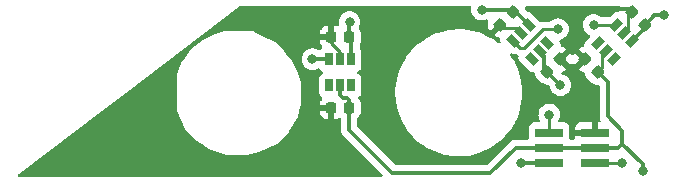
<source format=gbr>
%TF.GenerationSoftware,KiCad,Pcbnew,(6.0.5)*%
%TF.CreationDate,2022-06-21T13:00:38+02:00*%
%TF.ProjectId,Touchpad,546f7563-6870-4616-942e-6b696361645f,rev?*%
%TF.SameCoordinates,Original*%
%TF.FileFunction,Copper,L2,Bot*%
%TF.FilePolarity,Positive*%
%FSLAX46Y46*%
G04 Gerber Fmt 4.6, Leading zero omitted, Abs format (unit mm)*
G04 Created by KiCad (PCBNEW (6.0.5)) date 2022-06-21 13:00:38*
%MOMM*%
%LPD*%
G01*
G04 APERTURE LIST*
G04 Aperture macros list*
%AMRoundRect*
0 Rectangle with rounded corners*
0 $1 Rounding radius*
0 $2 $3 $4 $5 $6 $7 $8 $9 X,Y pos of 4 corners*
0 Add a 4 corners polygon primitive as box body*
4,1,4,$2,$3,$4,$5,$6,$7,$8,$9,$2,$3,0*
0 Add four circle primitives for the rounded corners*
1,1,$1+$1,$2,$3*
1,1,$1+$1,$4,$5*
1,1,$1+$1,$6,$7*
1,1,$1+$1,$8,$9*
0 Add four rect primitives between the rounded corners*
20,1,$1+$1,$2,$3,$4,$5,0*
20,1,$1+$1,$4,$5,$6,$7,0*
20,1,$1+$1,$6,$7,$8,$9,0*
20,1,$1+$1,$8,$9,$2,$3,0*%
%AMRotRect*
0 Rectangle, with rotation*
0 The origin of the aperture is its center*
0 $1 length*
0 $2 width*
0 $3 Rotation angle, in degrees counterclockwise*
0 Add horizontal line*
21,1,$1,$2,0,0,$3*%
G04 Aperture macros list end*
%TA.AperFunction,SMDPad,CuDef*%
%ADD10RoundRect,0.225000X0.225000X0.250000X-0.225000X0.250000X-0.225000X-0.250000X0.225000X-0.250000X0*%
%TD*%
%TA.AperFunction,SMDPad,CuDef*%
%ADD11RoundRect,0.225000X0.017678X-0.335876X0.335876X-0.017678X-0.017678X0.335876X-0.335876X0.017678X0*%
%TD*%
%TA.AperFunction,SMDPad,CuDef*%
%ADD12RotRect,1.060000X0.650000X225.000000*%
%TD*%
%TA.AperFunction,SMDPad,CuDef*%
%ADD13RoundRect,0.225000X0.335876X0.017678X0.017678X0.335876X-0.335876X-0.017678X-0.017678X-0.335876X0*%
%TD*%
%TA.AperFunction,SMDPad,CuDef*%
%ADD14R,0.650000X1.060000*%
%TD*%
%TA.AperFunction,SMDPad,CuDef*%
%ADD15RoundRect,0.225000X-0.017678X0.335876X-0.335876X0.017678X0.017678X-0.335876X0.335876X-0.017678X0*%
%TD*%
%TA.AperFunction,SMDPad,CuDef*%
%ADD16RotRect,1.060000X0.650000X315.000000*%
%TD*%
%TA.AperFunction,SMDPad,CuDef*%
%ADD17R,2.400000X0.740000*%
%TD*%
%TA.AperFunction,ViaPad*%
%ADD18C,0.800000*%
%TD*%
%TA.AperFunction,Conductor*%
%ADD19C,0.355600*%
%TD*%
%TA.AperFunction,Conductor*%
%ADD20C,0.254000*%
%TD*%
G04 APERTURE END LIST*
D10*
%TO.P,C3,1*%
%TO.N,Net-(C3-Pad1)*%
X189429045Y-66775000D03*
%TO.P,C3,2*%
%TO.N,GND*%
X187879045Y-66775000D03*
%TD*%
D11*
%TO.P,C2,1*%
%TO.N,+5V*%
X206201992Y-69748008D03*
%TO.P,C2,2*%
%TO.N,GND*%
X207298008Y-68651992D03*
%TD*%
D12*
%TO.P,U3,1,Q*%
%TO.N,TP3*%
X212006066Y-65750431D03*
%TO.P,U3,2,VSS*%
%TO.N,GND*%
X212677817Y-66422183D03*
%TO.P,U3,3,I*%
%TO.N,Net-(C5-Pad1)*%
X213349569Y-67093934D03*
%TO.P,U3,4,AHLB*%
%TO.N,unconnected-(U3-Pad4)*%
X211793934Y-68649569D03*
%TO.P,U3,5,VDD*%
%TO.N,+5V*%
X211122183Y-67977817D03*
%TO.P,U3,6,TOG*%
%TO.N,unconnected-(U3-Pad6)*%
X210450431Y-67306066D03*
%TD*%
D10*
%TO.P,C4,1*%
%TO.N,+5V*%
X189429045Y-72775000D03*
%TO.P,C4,2*%
%TO.N,GND*%
X187879045Y-72775000D03*
%TD*%
D13*
%TO.P,C6,1*%
%TO.N,+5V*%
X210448008Y-69748008D03*
%TO.P,C6,2*%
%TO.N,GND*%
X209351992Y-68651992D03*
%TD*%
D14*
%TO.P,U2,1,Q*%
%TO.N,TP2*%
X187704045Y-68675000D03*
%TO.P,U2,2,VSS*%
%TO.N,GND*%
X188654045Y-68675000D03*
%TO.P,U2,3,I*%
%TO.N,Net-(C3-Pad1)*%
X189604045Y-68675000D03*
%TO.P,U2,4,AHLB*%
%TO.N,unconnected-(U2-Pad4)*%
X189604045Y-70875000D03*
%TO.P,U2,5,VDD*%
%TO.N,+5V*%
X188654045Y-70875000D03*
%TO.P,U2,6,TOG*%
%TO.N,unconnected-(U2-Pad6)*%
X187704045Y-70875000D03*
%TD*%
D15*
%TO.P,C1,1*%
%TO.N,Net-(C1-Pad1)*%
X203298008Y-64651992D03*
%TO.P,C1,2*%
%TO.N,GND*%
X202201992Y-65748008D03*
%TD*%
D16*
%TO.P,U1,1,Q*%
%TO.N,TP1*%
X203300431Y-67093934D03*
%TO.P,U1,2,VSS*%
%TO.N,GND*%
X203972183Y-66422183D03*
%TO.P,U1,3,I*%
%TO.N,Net-(C1-Pad1)*%
X204643934Y-65750431D03*
%TO.P,U1,4,AHLB*%
%TO.N,unconnected-(U1-Pad4)*%
X206199569Y-67306066D03*
%TO.P,U1,5,VDD*%
%TO.N,+5V*%
X205527817Y-67977817D03*
%TO.P,U1,6,TOG*%
%TO.N,unconnected-(U1-Pad6)*%
X204856066Y-68649569D03*
%TD*%
D17*
%TO.P,J1,1,Pin_1*%
%TO.N,TP2*%
X206350000Y-77420000D03*
%TO.P,J1,2,Pin_2*%
%TO.N,TP3*%
X210250000Y-77420000D03*
%TO.P,J1,3,Pin_3*%
%TO.N,+5V*%
X206350000Y-76150000D03*
%TO.P,J1,4,Pin_4*%
X210250000Y-76150000D03*
%TO.P,J1,5,Pin_5*%
%TO.N,TP1*%
X206350000Y-74880000D03*
%TO.P,J1,6,Pin_6*%
%TO.N,GND*%
X210250000Y-74880000D03*
%TD*%
D13*
%TO.P,C5,1*%
%TO.N,Net-(C5-Pad1)*%
X214448008Y-65748008D03*
%TO.P,C5,2*%
%TO.N,GND*%
X213351992Y-64651992D03*
%TD*%
D18*
%TO.N,Net-(C5-Pad1)*%
X216100000Y-64950000D03*
%TO.N,TP2*%
X186300000Y-68650000D03*
X204000000Y-77450000D03*
%TO.N,TP3*%
X210100000Y-65750000D03*
X212550000Y-77450000D03*
%TO.N,+5V*%
X207300000Y-70850000D03*
X214250000Y-78100000D03*
%TO.N,Net-(C1-Pad1)*%
X200650000Y-64450000D03*
%TO.N,Net-(C3-Pad1)*%
X189450000Y-65500000D03*
%TO.N,TP1*%
X206350000Y-73350000D03*
X207100000Y-66100000D03*
%TD*%
D19*
%TO.N,GND*%
X209600000Y-64400000D02*
X213100000Y-64400000D01*
X208850000Y-67100000D02*
X208850000Y-65150000D01*
D20*
X202500000Y-66050000D02*
X203600000Y-66050000D01*
D19*
X208850000Y-65150000D02*
X209600000Y-64400000D01*
D20*
X188654045Y-68079045D02*
X187879045Y-67304045D01*
X213050000Y-64953984D02*
X213351992Y-64651992D01*
X213050000Y-66050000D02*
X213050000Y-64953984D01*
X202201992Y-65748008D02*
X202201992Y-65751992D01*
D19*
X207298008Y-68651992D02*
X208850000Y-67100000D01*
X213100000Y-64400000D02*
X213351992Y-64651992D01*
D20*
X202201992Y-65751992D02*
X202500000Y-66050000D01*
X187879045Y-67304045D02*
X187879045Y-66775000D01*
X188654045Y-68675000D02*
X188654045Y-68079045D01*
X212677817Y-66422183D02*
X213050000Y-66050000D01*
X203600000Y-66050000D02*
X203972183Y-66422183D01*
D19*
%TO.N,Net-(C5-Pad1)*%
X214448008Y-65748008D02*
X214451992Y-65748008D01*
X214448008Y-65995495D02*
X213349569Y-67093934D01*
X214451992Y-65748008D02*
X215050000Y-65150000D01*
X214448008Y-65748008D02*
X214448008Y-65995495D01*
X215050000Y-65150000D02*
X215250000Y-64950000D01*
X215250000Y-64950000D02*
X216100000Y-64950000D01*
%TO.N,TP2*%
X206350000Y-77420000D02*
X204030000Y-77420000D01*
X204030000Y-77420000D02*
X204000000Y-77450000D01*
X187679045Y-68650000D02*
X187704045Y-68675000D01*
X186300000Y-68650000D02*
X187679045Y-68650000D01*
D20*
%TO.N,TP3*%
X212006066Y-65750431D02*
X210100431Y-65750431D01*
X210280000Y-77450000D02*
X210250000Y-77420000D01*
X210100431Y-65750431D02*
X210100000Y-65750000D01*
X212550000Y-77450000D02*
X210280000Y-77450000D01*
D19*
%TO.N,+5V*%
X206198008Y-69748008D02*
X205950000Y-69500000D01*
X201350000Y-78300000D02*
X203500000Y-76150000D01*
X205950000Y-68400000D02*
X205527817Y-67977817D01*
X212550000Y-75800000D02*
X212550000Y-74750000D01*
X206201992Y-69748008D02*
X206201992Y-69751992D01*
X210250000Y-76150000D02*
X212200000Y-76150000D01*
X189429045Y-72775000D02*
X189429045Y-72125000D01*
X189429045Y-72125000D02*
X189204045Y-71900000D01*
D20*
X210448008Y-69748008D02*
X210451992Y-69748008D01*
X210448008Y-69748008D02*
X210448008Y-69701992D01*
D19*
X214250000Y-77500000D02*
X212550000Y-75800000D01*
X189429045Y-72775000D02*
X189429045Y-74679045D01*
X193050000Y-78300000D02*
X201350000Y-78300000D01*
X203500000Y-76150000D02*
X206350000Y-76150000D01*
X188654045Y-70875000D02*
X188654045Y-71700000D01*
D20*
X210451992Y-69748008D02*
X210800000Y-69400000D01*
D19*
X206350000Y-76150000D02*
X210250000Y-76150000D01*
X211300000Y-70600000D02*
X210448008Y-69748008D01*
X188854045Y-71900000D02*
X189204045Y-71900000D01*
X206201992Y-69748008D02*
X206198008Y-69748008D01*
X206201992Y-69751992D02*
X207300000Y-70850000D01*
X212200000Y-76150000D02*
X212550000Y-75800000D01*
X214250000Y-78100000D02*
X214250000Y-77500000D01*
X188654045Y-71700000D02*
X188854045Y-71900000D01*
D20*
X210800000Y-68300000D02*
X211122183Y-67977817D01*
D19*
X189429045Y-74679045D02*
X193050000Y-78300000D01*
D20*
X210800000Y-69400000D02*
X210800000Y-68300000D01*
D19*
X211300000Y-73500000D02*
X211300000Y-70600000D01*
X212550000Y-74750000D02*
X211300000Y-73500000D01*
X205950000Y-69500000D02*
X205950000Y-68400000D01*
X210250000Y-69946016D02*
X210448008Y-69748008D01*
%TO.N,Net-(C1-Pad1)*%
X203100000Y-64450000D02*
X200650000Y-64450000D01*
D20*
X203298008Y-64648008D02*
X203100000Y-64450000D01*
X203298008Y-64651992D02*
X203545495Y-64651992D01*
X203298008Y-64651992D02*
X203298008Y-64648008D01*
D19*
X203545495Y-64651992D02*
X204643934Y-65750431D01*
%TO.N,Net-(C3-Pad1)*%
X189429045Y-65504045D02*
X189425000Y-65500000D01*
X189604045Y-68675000D02*
X189604045Y-66950000D01*
X189429045Y-66775000D02*
X189429045Y-65504045D01*
X189604045Y-66950000D02*
X189429045Y-66775000D01*
D20*
%TO.N,TP1*%
X207100000Y-66100000D02*
X205800000Y-66100000D01*
X206350000Y-74880000D02*
X206350000Y-73350000D01*
X205800000Y-66100000D02*
X204225000Y-67675000D01*
X203881497Y-67675000D02*
X204225000Y-67675000D01*
X203300431Y-67093934D02*
X203881497Y-67675000D01*
%TD*%
%TA.AperFunction,Conductor*%
%TO.N,GND*%
G36*
X199695317Y-64178502D02*
G01*
X199741810Y-64232158D01*
X199752506Y-64297670D01*
X199742904Y-64389030D01*
X199736496Y-64450000D01*
X199737186Y-64456565D01*
X199755675Y-64632474D01*
X199756458Y-64639928D01*
X199815473Y-64821556D01*
X199910960Y-64986944D01*
X199915378Y-64991851D01*
X199915379Y-64991852D01*
X200026200Y-65114931D01*
X200038747Y-65128866D01*
X200193248Y-65241118D01*
X200199276Y-65243802D01*
X200199278Y-65243803D01*
X200345449Y-65308882D01*
X200367712Y-65318794D01*
X200461112Y-65338647D01*
X200548056Y-65357128D01*
X200548061Y-65357128D01*
X200554513Y-65358500D01*
X200745487Y-65358500D01*
X200751939Y-65357128D01*
X200751944Y-65357128D01*
X200838888Y-65338647D01*
X200932288Y-65318794D01*
X200938315Y-65316111D01*
X200938323Y-65316108D01*
X201022837Y-65278480D01*
X201093204Y-65269046D01*
X201157501Y-65299153D01*
X201195314Y-65359242D01*
X201194638Y-65430235D01*
X201186797Y-65449908D01*
X201175466Y-65472584D01*
X201170514Y-65486262D01*
X201134694Y-65638385D01*
X201133023Y-65652827D01*
X201133160Y-65809116D01*
X201134855Y-65823551D01*
X201170943Y-65975616D01*
X201175916Y-65989281D01*
X201246213Y-66129354D01*
X201253643Y-66140840D01*
X201311338Y-66211708D01*
X201315646Y-66216479D01*
X201332166Y-66232999D01*
X201346110Y-66240613D01*
X201347945Y-66240482D01*
X201354558Y-66236232D01*
X202112897Y-65477893D01*
X202175209Y-65443867D01*
X202246024Y-65448932D01*
X202291087Y-65477893D01*
X202472107Y-65658913D01*
X202506133Y-65721225D01*
X202501068Y-65792040D01*
X202472107Y-65837103D01*
X201716998Y-66592212D01*
X201709386Y-66606152D01*
X201709518Y-66607988D01*
X201713767Y-66614600D01*
X201733487Y-66634320D01*
X201738328Y-66638685D01*
X201810225Y-66697064D01*
X201821740Y-66704488D01*
X201961920Y-66774532D01*
X201975602Y-66779486D01*
X202086683Y-66805642D01*
X202148406Y-66840725D01*
X202181363Y-66903609D01*
X202182118Y-66931115D01*
X202183399Y-66931115D01*
X202183399Y-66940088D01*
X202182126Y-66948977D01*
X202183399Y-66957866D01*
X202200454Y-67076953D01*
X202202775Y-67093163D01*
X202206488Y-67101329D01*
X202206489Y-67101333D01*
X202218275Y-67127254D01*
X202228261Y-67197545D01*
X202198660Y-67262077D01*
X202138870Y-67300360D01*
X202067874Y-67300242D01*
X202023259Y-67276490D01*
X201953142Y-67218484D01*
X201953136Y-67218480D01*
X201951118Y-67216810D01*
X201581308Y-66959785D01*
X201191287Y-66734607D01*
X200783792Y-66542854D01*
X200781325Y-66541937D01*
X200781319Y-66541934D01*
X200364141Y-66386787D01*
X200361681Y-66385872D01*
X200359151Y-66385166D01*
X200359143Y-66385163D01*
X199930459Y-66265472D01*
X199930446Y-66265469D01*
X199927914Y-66264762D01*
X199485534Y-66180374D01*
X199037644Y-66133299D01*
X198750266Y-66127279D01*
X198590025Y-66123922D01*
X198590018Y-66123922D01*
X198587386Y-66123867D01*
X198137918Y-66152145D01*
X198135300Y-66152532D01*
X198135296Y-66152532D01*
X197695012Y-66217548D01*
X197695009Y-66217548D01*
X197692392Y-66217935D01*
X197689820Y-66218538D01*
X197689816Y-66218539D01*
X197628166Y-66232999D01*
X197253934Y-66320774D01*
X197251423Y-66321590D01*
X197251419Y-66321591D01*
X196921261Y-66428866D01*
X196825619Y-66459942D01*
X196823191Y-66460963D01*
X196823190Y-66460963D01*
X196794325Y-66473097D01*
X196410452Y-66634463D01*
X196408119Y-66635683D01*
X196408114Y-66635685D01*
X196402376Y-66638685D01*
X196011344Y-66843111D01*
X196009116Y-66844525D01*
X195633332Y-67083005D01*
X195633326Y-67083009D01*
X195631095Y-67084425D01*
X195272372Y-67356710D01*
X194937692Y-67658057D01*
X194935888Y-67659978D01*
X194935884Y-67659982D01*
X194854915Y-67746206D01*
X194629401Y-67986354D01*
X194349663Y-68339295D01*
X194348209Y-68341484D01*
X194348205Y-68341489D01*
X194112653Y-68696024D01*
X194100439Y-68714407D01*
X193883478Y-69109058D01*
X193700302Y-69520479D01*
X193552194Y-69945786D01*
X193551539Y-69948337D01*
X193551536Y-69948347D01*
X193440851Y-70379438D01*
X193440195Y-70381994D01*
X193365090Y-70826044D01*
X193364870Y-70828661D01*
X193364870Y-70828663D01*
X193332406Y-71215271D01*
X193327405Y-71274822D01*
X193327405Y-71725178D01*
X193327625Y-71727796D01*
X193327625Y-71727800D01*
X193347293Y-71962019D01*
X193365090Y-72173956D01*
X193440195Y-72618006D01*
X193440850Y-72620556D01*
X193440851Y-72620562D01*
X193549199Y-73042548D01*
X193552194Y-73054214D01*
X193700302Y-73479521D01*
X193883478Y-73890942D01*
X194100439Y-74285593D01*
X194101891Y-74287779D01*
X194101895Y-74287785D01*
X194348205Y-74658511D01*
X194349663Y-74660705D01*
X194629401Y-75013646D01*
X194845993Y-75244293D01*
X194899743Y-75301531D01*
X194937692Y-75341943D01*
X195272372Y-75643290D01*
X195631095Y-75915575D01*
X195633326Y-75916991D01*
X195633332Y-75916995D01*
X195829577Y-76041536D01*
X196011344Y-76156889D01*
X196216371Y-76264074D01*
X196408114Y-76364315D01*
X196408119Y-76364317D01*
X196410452Y-76365537D01*
X196825619Y-76540058D01*
X196828127Y-76540873D01*
X196828130Y-76540874D01*
X197251419Y-76678409D01*
X197251423Y-76678410D01*
X197253934Y-76679226D01*
X197567252Y-76752714D01*
X197689816Y-76781461D01*
X197689820Y-76781462D01*
X197692392Y-76782065D01*
X197695009Y-76782452D01*
X197695012Y-76782452D01*
X198135296Y-76847468D01*
X198135300Y-76847468D01*
X198137918Y-76847855D01*
X198587386Y-76876133D01*
X198590018Y-76876078D01*
X198590025Y-76876078D01*
X198761511Y-76872485D01*
X199037644Y-76866701D01*
X199485534Y-76819626D01*
X199927914Y-76735238D01*
X199930446Y-76734531D01*
X199930459Y-76734528D01*
X200359143Y-76614837D01*
X200359151Y-76614834D01*
X200361681Y-76614128D01*
X200563594Y-76539037D01*
X200781319Y-76458066D01*
X200781325Y-76458063D01*
X200783792Y-76457146D01*
X201191287Y-76265393D01*
X201581308Y-76040215D01*
X201951118Y-75783190D01*
X202164296Y-75606834D01*
X202296100Y-75497797D01*
X202296108Y-75497790D01*
X202298124Y-75496122D01*
X202619892Y-75181023D01*
X202623946Y-75176327D01*
X202902712Y-74853372D01*
X202914164Y-74840105D01*
X202915716Y-74837969D01*
X202915723Y-74837960D01*
X203177328Y-74477891D01*
X203178877Y-74475759D01*
X203185195Y-74465328D01*
X203295439Y-74283293D01*
X203412174Y-74090540D01*
X203460855Y-73992474D01*
X203611245Y-73689515D01*
X203612419Y-73687150D01*
X203778206Y-73268419D01*
X203908374Y-72837283D01*
X203912309Y-72818774D01*
X204001461Y-72399341D01*
X204002008Y-72396768D01*
X204058453Y-71949962D01*
X204066370Y-71761081D01*
X204077201Y-71502648D01*
X204077312Y-71500000D01*
X204072334Y-71381226D01*
X204058564Y-71052683D01*
X204058564Y-71052680D01*
X204058453Y-71050038D01*
X204002008Y-70603232D01*
X203954439Y-70379438D01*
X203908920Y-70165284D01*
X203908918Y-70165276D01*
X203908374Y-70162717D01*
X203778206Y-69731581D01*
X203612419Y-69312850D01*
X203537608Y-69162144D01*
X203413351Y-68911831D01*
X203412174Y-68909460D01*
X203254450Y-68649027D01*
X203180243Y-68526496D01*
X203180239Y-68526491D01*
X203178877Y-68524241D01*
X203137024Y-68466635D01*
X203038435Y-68330939D01*
X203014576Y-68264071D01*
X203030657Y-68194920D01*
X203081571Y-68145439D01*
X203151154Y-68131340D01*
X203192522Y-68142177D01*
X203293032Y-68187876D01*
X203293036Y-68187877D01*
X203301202Y-68191590D01*
X203310085Y-68192862D01*
X203310088Y-68192863D01*
X203436499Y-68210966D01*
X203445388Y-68212239D01*
X203472479Y-68208359D01*
X203542745Y-68218501D01*
X203550612Y-68222612D01*
X203555430Y-68226349D01*
X203562707Y-68229498D01*
X203596147Y-68243969D01*
X203606808Y-68249192D01*
X203638744Y-68266749D01*
X203638749Y-68266751D01*
X203645694Y-68270569D01*
X203657416Y-68273579D01*
X203660242Y-68275261D01*
X203660743Y-68275459D01*
X203660711Y-68275540D01*
X203718423Y-68309891D01*
X203750114Y-68373422D01*
X203750812Y-68413481D01*
X203737761Y-68504612D01*
X203739034Y-68513501D01*
X203757033Y-68639181D01*
X203758410Y-68648798D01*
X203762124Y-68656966D01*
X203762124Y-68656967D01*
X203779882Y-68696024D01*
X203818697Y-68781394D01*
X203823644Y-68787547D01*
X203823646Y-68787550D01*
X203844434Y-68813404D01*
X203857890Y-68830140D01*
X204675495Y-69647745D01*
X204685283Y-69655615D01*
X204718085Y-69681989D01*
X204718088Y-69681991D01*
X204724241Y-69686938D01*
X204731429Y-69690206D01*
X204842926Y-69740900D01*
X204856837Y-69747225D01*
X204865720Y-69748497D01*
X204865723Y-69748498D01*
X204935832Y-69758538D01*
X205001023Y-69767874D01*
X205009908Y-69766602D01*
X205018889Y-69766602D01*
X205018889Y-69769803D01*
X205073549Y-69777688D01*
X205127183Y-69824206D01*
X205143747Y-69863183D01*
X205172160Y-69982910D01*
X205175442Y-69989449D01*
X205175442Y-69989450D01*
X205229791Y-70097746D01*
X205248879Y-70135780D01*
X205253221Y-70141113D01*
X205253222Y-70141115D01*
X205310964Y-70212040D01*
X205310970Y-70212046D01*
X205312995Y-70214534D01*
X205735466Y-70637005D01*
X205737998Y-70639061D01*
X205809944Y-70697482D01*
X205809947Y-70697484D01*
X205815298Y-70701829D01*
X205821462Y-70704909D01*
X205821467Y-70704912D01*
X205961759Y-70775011D01*
X205961761Y-70775012D01*
X205968302Y-70778280D01*
X206033298Y-70793584D01*
X206127665Y-70815805D01*
X206127669Y-70815805D01*
X206134789Y-70817482D01*
X206142105Y-70817476D01*
X206142108Y-70817476D01*
X206186363Y-70817437D01*
X206244513Y-70817386D01*
X206312649Y-70837328D01*
X206333716Y-70854291D01*
X206361648Y-70882223D01*
X206395674Y-70944535D01*
X206397863Y-70958145D01*
X206406458Y-71039928D01*
X206465473Y-71221556D01*
X206560960Y-71386944D01*
X206565378Y-71391851D01*
X206565379Y-71391852D01*
X206684325Y-71523955D01*
X206688747Y-71528866D01*
X206843248Y-71641118D01*
X206849276Y-71643802D01*
X206849278Y-71643803D01*
X207011681Y-71716109D01*
X207017712Y-71718794D01*
X207111113Y-71738647D01*
X207198056Y-71757128D01*
X207198061Y-71757128D01*
X207204513Y-71758500D01*
X207395487Y-71758500D01*
X207401939Y-71757128D01*
X207401944Y-71757128D01*
X207488887Y-71738647D01*
X207582288Y-71718794D01*
X207588319Y-71716109D01*
X207750722Y-71643803D01*
X207750724Y-71643802D01*
X207756752Y-71641118D01*
X207911253Y-71528866D01*
X207915675Y-71523955D01*
X208034621Y-71391852D01*
X208034622Y-71391851D01*
X208039040Y-71386944D01*
X208134527Y-71221556D01*
X208193542Y-71039928D01*
X208213504Y-70850000D01*
X208209910Y-70815805D01*
X208194232Y-70666635D01*
X208194232Y-70666633D01*
X208193542Y-70660072D01*
X208134527Y-70478444D01*
X208039040Y-70313056D01*
X208024463Y-70296866D01*
X207915675Y-70176045D01*
X207915674Y-70176044D01*
X207911253Y-70171134D01*
X207810999Y-70098295D01*
X207762094Y-70062763D01*
X207762093Y-70062762D01*
X207756752Y-70058882D01*
X207750724Y-70056198D01*
X207750722Y-70056197D01*
X207588319Y-69983891D01*
X207588318Y-69983891D01*
X207582288Y-69981206D01*
X207456264Y-69954419D01*
X207393792Y-69920691D01*
X207359470Y-69858541D01*
X207364198Y-69787702D01*
X207406474Y-69730664D01*
X207453368Y-69708577D01*
X207560971Y-69683041D01*
X207574636Y-69678068D01*
X207714709Y-69607771D01*
X207726195Y-69600341D01*
X207797063Y-69542646D01*
X207800798Y-69539273D01*
X207808291Y-69525551D01*
X207808160Y-69523718D01*
X207803909Y-69517103D01*
X207027893Y-68741087D01*
X206993867Y-68678775D01*
X206995702Y-68653124D01*
X207662416Y-68653124D01*
X207662547Y-68654958D01*
X207666798Y-68661572D01*
X208159887Y-69154661D01*
X208173831Y-69162275D01*
X208175664Y-69162144D01*
X208182279Y-69157893D01*
X208184313Y-69155859D01*
X208188697Y-69150997D01*
X208227131Y-69103663D01*
X208285598Y-69063388D01*
X208356559Y-69061117D01*
X208417482Y-69097570D01*
X208422658Y-69103536D01*
X208461336Y-69151045D01*
X208464711Y-69154782D01*
X208478433Y-69162275D01*
X208480266Y-69162144D01*
X208486881Y-69157893D01*
X208979970Y-68664804D01*
X208987584Y-68650860D01*
X208987453Y-68649027D01*
X208983202Y-68642412D01*
X208507786Y-68166997D01*
X208493848Y-68159386D01*
X208492012Y-68159518D01*
X208485400Y-68163767D01*
X208465680Y-68183487D01*
X208461305Y-68188339D01*
X208422868Y-68235676D01*
X208364401Y-68275951D01*
X208293440Y-68278222D01*
X208232517Y-68241769D01*
X208227340Y-68235801D01*
X208188670Y-68188301D01*
X208184354Y-68183521D01*
X208167834Y-68167001D01*
X208153890Y-68159387D01*
X208152055Y-68159518D01*
X208145445Y-68163766D01*
X207670029Y-68639181D01*
X207662416Y-68653124D01*
X206995702Y-68653124D01*
X206998932Y-68607960D01*
X207027893Y-68562897D01*
X207298008Y-68292782D01*
X207782999Y-67807790D01*
X207790613Y-67793846D01*
X207790482Y-67792013D01*
X207786231Y-67785398D01*
X207766513Y-67765680D01*
X207761672Y-67761315D01*
X207689775Y-67702936D01*
X207678260Y-67695512D01*
X207538080Y-67625468D01*
X207524398Y-67620514D01*
X207413317Y-67594358D01*
X207351594Y-67559275D01*
X207318637Y-67496391D01*
X207317882Y-67468885D01*
X207316601Y-67468885D01*
X207316601Y-67459912D01*
X207317874Y-67451023D01*
X207314341Y-67426354D01*
X207298498Y-67315723D01*
X207298497Y-67315720D01*
X207297225Y-67306837D01*
X207276874Y-67262077D01*
X207240209Y-67181434D01*
X207240206Y-67181429D01*
X207236938Y-67174241D01*
X207234163Y-67170789D01*
X207215879Y-67103782D01*
X207237187Y-67036058D01*
X207291727Y-66990605D01*
X207315658Y-66982958D01*
X207375824Y-66970169D01*
X207375833Y-66970166D01*
X207382288Y-66968794D01*
X207397303Y-66962109D01*
X207550722Y-66893803D01*
X207550724Y-66893802D01*
X207556752Y-66891118D01*
X207711253Y-66778866D01*
X207752115Y-66733484D01*
X207834621Y-66641852D01*
X207834622Y-66641851D01*
X207839040Y-66636944D01*
X207929921Y-66479534D01*
X207931223Y-66477279D01*
X207931224Y-66477278D01*
X207934527Y-66471556D01*
X207993542Y-66289928D01*
X207996113Y-66265472D01*
X208012814Y-66106565D01*
X208013504Y-66100000D01*
X207993542Y-65910072D01*
X207934527Y-65728444D01*
X207839040Y-65563056D01*
X207830701Y-65553794D01*
X207715675Y-65426045D01*
X207715674Y-65426044D01*
X207711253Y-65421134D01*
X207556752Y-65308882D01*
X207550724Y-65306198D01*
X207550722Y-65306197D01*
X207388319Y-65233891D01*
X207388318Y-65233891D01*
X207382288Y-65231206D01*
X207288887Y-65211353D01*
X207201944Y-65192872D01*
X207201939Y-65192872D01*
X207195487Y-65191500D01*
X207004513Y-65191500D01*
X206998061Y-65192872D01*
X206998056Y-65192872D01*
X206911113Y-65211353D01*
X206817712Y-65231206D01*
X206811682Y-65233891D01*
X206811681Y-65233891D01*
X206649278Y-65306197D01*
X206649276Y-65306198D01*
X206643248Y-65308882D01*
X206637907Y-65312762D01*
X206637906Y-65312763D01*
X206538854Y-65384729D01*
X206488747Y-65421134D01*
X206484332Y-65426037D01*
X206479420Y-65430460D01*
X206477779Y-65428638D01*
X206426790Y-65460050D01*
X206393601Y-65464500D01*
X205879020Y-65464500D01*
X205867791Y-65463971D01*
X205860281Y-65462292D01*
X205852355Y-65462541D01*
X205852354Y-65462541D01*
X205792002Y-65464438D01*
X205788044Y-65464500D01*
X205760017Y-65464500D01*
X205755971Y-65465011D01*
X205744143Y-65465942D01*
X205699795Y-65467336D01*
X205692177Y-65469549D01*
X205692178Y-65469549D01*
X205680254Y-65473013D01*
X205660894Y-65477022D01*
X205648566Y-65478579D01*
X205648563Y-65478580D01*
X205640701Y-65479573D01*
X205638118Y-65480596D01*
X205569453Y-65478242D01*
X205519978Y-65447728D01*
X204824505Y-64752255D01*
X204807769Y-64738799D01*
X204781915Y-64718011D01*
X204781912Y-64718009D01*
X204775759Y-64713062D01*
X204643163Y-64652775D01*
X204634280Y-64651503D01*
X204634277Y-64651502D01*
X204537291Y-64637613D01*
X204472694Y-64608156D01*
X204466058Y-64601981D01*
X204367616Y-64503539D01*
X204334116Y-64443536D01*
X204329530Y-64424212D01*
X204327840Y-64417090D01*
X204324560Y-64410554D01*
X204324558Y-64410549D01*
X204289662Y-64341016D01*
X204276984Y-64271160D01*
X204304086Y-64205540D01*
X204362362Y-64164989D01*
X204402276Y-64158500D01*
X212248282Y-64158500D01*
X212316403Y-64178502D01*
X212362896Y-64232158D01*
X212373000Y-64302432D01*
X212360995Y-64340819D01*
X212325466Y-64411923D01*
X212320514Y-64425602D01*
X212294358Y-64536683D01*
X212259275Y-64598406D01*
X212196391Y-64631363D01*
X212168885Y-64632118D01*
X212168885Y-64633399D01*
X212159912Y-64633399D01*
X212151023Y-64632126D01*
X212142134Y-64633399D01*
X212015723Y-64651502D01*
X212015720Y-64651503D01*
X212006837Y-64652775D01*
X211874241Y-64713062D01*
X211868088Y-64718009D01*
X211868085Y-64718011D01*
X211842231Y-64738799D01*
X211825495Y-64752255D01*
X211499724Y-65078026D01*
X211437412Y-65112052D01*
X211410629Y-65114931D01*
X210806786Y-65114931D01*
X210738665Y-65094929D01*
X210721038Y-65079947D01*
X210720577Y-65080459D01*
X210715675Y-65076045D01*
X210711253Y-65071134D01*
X210556752Y-64958882D01*
X210550724Y-64956198D01*
X210550722Y-64956197D01*
X210388319Y-64883891D01*
X210388318Y-64883891D01*
X210382288Y-64881206D01*
X210288887Y-64861353D01*
X210201944Y-64842872D01*
X210201939Y-64842872D01*
X210195487Y-64841500D01*
X210004513Y-64841500D01*
X209998061Y-64842872D01*
X209998056Y-64842872D01*
X209911113Y-64861353D01*
X209817712Y-64881206D01*
X209811682Y-64883891D01*
X209811681Y-64883891D01*
X209649278Y-64956197D01*
X209649276Y-64956198D01*
X209643248Y-64958882D01*
X209488747Y-65071134D01*
X209360960Y-65213056D01*
X209265473Y-65378444D01*
X209206458Y-65560072D01*
X209205768Y-65566633D01*
X209205768Y-65566635D01*
X209192897Y-65689100D01*
X209186496Y-65750000D01*
X209187186Y-65756565D01*
X209200397Y-65882256D01*
X209206458Y-65939928D01*
X209265473Y-66121556D01*
X209268776Y-66127278D01*
X209268777Y-66127279D01*
X209283357Y-66152532D01*
X209360960Y-66286944D01*
X209365378Y-66291851D01*
X209365379Y-66291852D01*
X209446720Y-66382190D01*
X209488747Y-66428866D01*
X209532925Y-66460963D01*
X209611600Y-66518124D01*
X209643248Y-66541118D01*
X209649276Y-66543802D01*
X209649278Y-66543803D01*
X209747962Y-66587740D01*
X209802058Y-66633721D01*
X209822707Y-66701648D01*
X209803354Y-66769956D01*
X209785808Y-66791942D01*
X209452255Y-67125495D01*
X209450115Y-67128157D01*
X209418011Y-67168085D01*
X209418009Y-67168088D01*
X209413062Y-67174241D01*
X209352775Y-67306837D01*
X209351503Y-67315720D01*
X209351502Y-67315723D01*
X209335659Y-67426354D01*
X209332126Y-67451023D01*
X209333399Y-67459912D01*
X209333399Y-67468885D01*
X209330342Y-67468885D01*
X209322383Y-67524048D01*
X209275863Y-67577681D01*
X209236888Y-67594244D01*
X209124385Y-67620942D01*
X209110719Y-67625916D01*
X208970646Y-67696213D01*
X208959160Y-67703643D01*
X208888292Y-67761338D01*
X208883521Y-67765646D01*
X208867001Y-67782166D01*
X208859387Y-67796110D01*
X208859518Y-67797945D01*
X208863768Y-67804558D01*
X209622107Y-68562897D01*
X209656133Y-68625209D01*
X209651068Y-68696024D01*
X209622107Y-68741087D01*
X208849323Y-69513871D01*
X208841709Y-69527815D01*
X208841840Y-69529648D01*
X208846091Y-69536263D01*
X208848125Y-69538297D01*
X208852987Y-69542681D01*
X208924866Y-69601045D01*
X208936385Y-69608473D01*
X209076564Y-69678516D01*
X209090246Y-69683470D01*
X209242369Y-69719290D01*
X209264083Y-69721802D01*
X209263799Y-69724254D01*
X209320696Y-69740900D01*
X209367242Y-69794510D01*
X209376611Y-69837397D01*
X209377822Y-69837255D01*
X209378677Y-69844529D01*
X209378683Y-69851847D01*
X209418176Y-70018265D01*
X209421458Y-70024804D01*
X209421458Y-70024805D01*
X209491808Y-70164985D01*
X209491811Y-70164989D01*
X209494895Y-70171135D01*
X209499238Y-70176470D01*
X209499239Y-70176471D01*
X209540608Y-70227285D01*
X209559011Y-70249890D01*
X209946126Y-70637005D01*
X209948646Y-70639051D01*
X210020606Y-70697482D01*
X210025959Y-70701829D01*
X210178962Y-70778280D01*
X210243448Y-70793464D01*
X210338326Y-70815805D01*
X210338330Y-70815805D01*
X210345450Y-70817482D01*
X210352766Y-70817476D01*
X210352769Y-70817476D01*
X210444474Y-70817396D01*
X210487591Y-70817358D01*
X210555728Y-70837301D01*
X210602268Y-70890916D01*
X210613700Y-70943358D01*
X210613700Y-73471856D01*
X210613408Y-73480426D01*
X210612853Y-73488574D01*
X210609607Y-73536182D01*
X210610912Y-73543659D01*
X210610912Y-73543660D01*
X210620230Y-73597049D01*
X210621192Y-73603571D01*
X210628615Y-73664908D01*
X210631300Y-73672013D01*
X210632432Y-73676623D01*
X210635481Y-73687771D01*
X210636861Y-73692339D01*
X210638166Y-73699819D01*
X210663002Y-73756397D01*
X210665483Y-73762477D01*
X210687331Y-73820296D01*
X210687562Y-73820632D01*
X210700797Y-73887264D01*
X210674786Y-73953324D01*
X210617188Y-73994834D01*
X210575302Y-74002000D01*
X210522115Y-74002000D01*
X210506876Y-74006475D01*
X210505671Y-74007865D01*
X210504000Y-74015548D01*
X210504000Y-75008000D01*
X210483998Y-75076121D01*
X210430342Y-75122614D01*
X210378000Y-75134000D01*
X208560116Y-75134000D01*
X208544877Y-75138475D01*
X208543672Y-75139865D01*
X208542001Y-75147548D01*
X208542001Y-75294669D01*
X208542370Y-75301486D01*
X208544826Y-75324093D01*
X208532297Y-75393976D01*
X208483976Y-75445991D01*
X208419563Y-75463700D01*
X208180943Y-75463700D01*
X208112822Y-75443698D01*
X208066329Y-75390042D01*
X208055680Y-75324092D01*
X208058131Y-75301531D01*
X208058500Y-75298134D01*
X208058500Y-74607885D01*
X208542000Y-74607885D01*
X208546475Y-74623124D01*
X208547865Y-74624329D01*
X208555548Y-74626000D01*
X209977885Y-74626000D01*
X209993124Y-74621525D01*
X209994329Y-74620135D01*
X209996000Y-74612452D01*
X209996000Y-74020116D01*
X209991525Y-74004877D01*
X209990135Y-74003672D01*
X209982452Y-74002001D01*
X209005331Y-74002001D01*
X208998510Y-74002371D01*
X208947648Y-74007895D01*
X208932396Y-74011521D01*
X208811946Y-74056676D01*
X208796351Y-74065214D01*
X208694276Y-74141715D01*
X208681715Y-74154276D01*
X208605214Y-74256351D01*
X208596676Y-74271946D01*
X208551522Y-74392394D01*
X208547895Y-74407649D01*
X208542369Y-74458514D01*
X208542000Y-74465328D01*
X208542000Y-74607885D01*
X208058500Y-74607885D01*
X208058500Y-74461866D01*
X208051745Y-74399684D01*
X208000615Y-74263295D01*
X207913261Y-74146739D01*
X207796705Y-74059385D01*
X207660316Y-74008255D01*
X207598134Y-74001500D01*
X207241139Y-74001500D01*
X207173018Y-73981498D01*
X207126525Y-73927842D01*
X207116421Y-73857568D01*
X207132020Y-73812500D01*
X207181223Y-73727279D01*
X207181224Y-73727278D01*
X207184527Y-73721556D01*
X207243542Y-73539928D01*
X207248940Y-73488574D01*
X207262814Y-73356565D01*
X207263504Y-73350000D01*
X207254664Y-73265895D01*
X207244232Y-73166635D01*
X207244232Y-73166633D01*
X207243542Y-73160072D01*
X207184527Y-72978444D01*
X207089040Y-72813056D01*
X206961253Y-72671134D01*
X206806752Y-72558882D01*
X206800724Y-72556198D01*
X206800722Y-72556197D01*
X206638319Y-72483891D01*
X206638318Y-72483891D01*
X206632288Y-72481206D01*
X206538887Y-72461353D01*
X206451944Y-72442872D01*
X206451939Y-72442872D01*
X206445487Y-72441500D01*
X206254513Y-72441500D01*
X206248061Y-72442872D01*
X206248056Y-72442872D01*
X206161113Y-72461353D01*
X206067712Y-72481206D01*
X206061682Y-72483891D01*
X206061681Y-72483891D01*
X205899278Y-72556197D01*
X205899276Y-72556198D01*
X205893248Y-72558882D01*
X205738747Y-72671134D01*
X205610960Y-72813056D01*
X205515473Y-72978444D01*
X205456458Y-73160072D01*
X205455768Y-73166633D01*
X205455768Y-73166635D01*
X205445336Y-73265895D01*
X205436496Y-73350000D01*
X205437186Y-73356565D01*
X205451061Y-73488574D01*
X205456458Y-73539928D01*
X205515473Y-73721556D01*
X205518776Y-73727278D01*
X205518777Y-73727279D01*
X205567980Y-73812500D01*
X205584718Y-73881495D01*
X205561498Y-73948587D01*
X205505691Y-73992474D01*
X205458861Y-74001500D01*
X205101866Y-74001500D01*
X205039684Y-74008255D01*
X204903295Y-74059385D01*
X204786739Y-74146739D01*
X204699385Y-74263295D01*
X204648255Y-74399684D01*
X204641500Y-74461866D01*
X204641500Y-75298134D01*
X204641869Y-75301531D01*
X204644320Y-75324092D01*
X204631792Y-75393974D01*
X204583472Y-75445990D01*
X204519057Y-75463700D01*
X203528144Y-75463700D01*
X203519574Y-75463408D01*
X203471394Y-75460123D01*
X203471390Y-75460123D01*
X203463818Y-75459607D01*
X203456341Y-75460912D01*
X203456340Y-75460912D01*
X203440366Y-75463700D01*
X203402947Y-75470231D01*
X203396429Y-75471192D01*
X203335092Y-75478615D01*
X203327987Y-75481300D01*
X203323377Y-75482432D01*
X203312229Y-75485481D01*
X203307661Y-75486861D01*
X203300181Y-75488166D01*
X203243603Y-75513002D01*
X203237523Y-75515483D01*
X203186806Y-75534647D01*
X203186803Y-75534648D01*
X203179704Y-75537331D01*
X203173446Y-75541632D01*
X203169238Y-75543832D01*
X203159162Y-75549440D01*
X203155035Y-75551880D01*
X203148079Y-75554934D01*
X203142054Y-75559557D01*
X203142049Y-75559560D01*
X203099076Y-75592534D01*
X203093741Y-75596410D01*
X203049073Y-75627110D01*
X203049067Y-75627115D01*
X203042808Y-75631417D01*
X203002719Y-75676412D01*
X202997738Y-75681688D01*
X201102631Y-77576795D01*
X201040319Y-77610821D01*
X201013536Y-77613700D01*
X193386465Y-77613700D01*
X193318344Y-77593698D01*
X193297370Y-77576795D01*
X190152250Y-74431676D01*
X190118224Y-74369364D01*
X190115345Y-74342581D01*
X190115345Y-73653287D01*
X190135347Y-73585166D01*
X190152172Y-73564269D01*
X190228426Y-73487882D01*
X190233597Y-73482702D01*
X190323347Y-73337101D01*
X190377194Y-73174757D01*
X190387545Y-73073732D01*
X190387545Y-72476268D01*
X190376932Y-72373981D01*
X190322801Y-72211732D01*
X190232797Y-72066287D01*
X190190736Y-72024299D01*
X190156657Y-71962019D01*
X190161660Y-71891198D01*
X190204189Y-71834301D01*
X190285126Y-71773642D01*
X190292306Y-71768261D01*
X190379660Y-71651705D01*
X190430790Y-71515316D01*
X190437545Y-71453134D01*
X190437545Y-70296866D01*
X190430790Y-70234684D01*
X190379660Y-70098295D01*
X190292306Y-69981739D01*
X190175750Y-69894385D01*
X190167342Y-69891233D01*
X190159470Y-69886923D01*
X190160773Y-69884543D01*
X190115241Y-69850336D01*
X190090544Y-69783773D01*
X190105754Y-69714425D01*
X190156042Y-69664309D01*
X190163142Y-69661067D01*
X190167344Y-69658766D01*
X190175750Y-69655615D01*
X190292306Y-69568261D01*
X190379660Y-69451705D01*
X190430790Y-69315316D01*
X190437545Y-69253134D01*
X190437545Y-68096866D01*
X190430790Y-68034684D01*
X190379660Y-67898295D01*
X190315519Y-67812712D01*
X190290671Y-67746206D01*
X190290345Y-67737147D01*
X190290345Y-67426354D01*
X190309085Y-67360238D01*
X190319507Y-67343331D01*
X190319508Y-67343329D01*
X190323347Y-67337101D01*
X190377194Y-67174757D01*
X190387545Y-67073732D01*
X190387545Y-66476268D01*
X190385767Y-66459126D01*
X190382117Y-66423955D01*
X190376932Y-66373981D01*
X190349531Y-66291852D01*
X190325118Y-66218676D01*
X190325117Y-66218674D01*
X190322801Y-66211732D01*
X190286167Y-66152532D01*
X190241038Y-66079604D01*
X190222200Y-66011152D01*
X190239062Y-65950302D01*
X190284527Y-65871556D01*
X190343542Y-65689928D01*
X190347442Y-65652827D01*
X190362814Y-65506565D01*
X190363504Y-65500000D01*
X190361217Y-65478242D01*
X190344232Y-65316635D01*
X190344232Y-65316633D01*
X190343542Y-65310072D01*
X190284527Y-65128444D01*
X190189040Y-64963056D01*
X190183196Y-64956565D01*
X190065675Y-64826045D01*
X190065674Y-64826044D01*
X190061253Y-64821134D01*
X189919317Y-64718011D01*
X189912094Y-64712763D01*
X189912093Y-64712762D01*
X189906752Y-64708882D01*
X189900724Y-64706198D01*
X189900722Y-64706197D01*
X189738319Y-64633891D01*
X189738318Y-64633891D01*
X189732288Y-64631206D01*
X189623847Y-64608156D01*
X189551944Y-64592872D01*
X189551939Y-64592872D01*
X189545487Y-64591500D01*
X189354513Y-64591500D01*
X189348061Y-64592872D01*
X189348056Y-64592872D01*
X189276153Y-64608156D01*
X189167712Y-64631206D01*
X189161682Y-64633891D01*
X189161681Y-64633891D01*
X188999278Y-64706197D01*
X188999276Y-64706198D01*
X188993248Y-64708882D01*
X188987907Y-64712762D01*
X188987906Y-64712763D01*
X188980683Y-64718011D01*
X188838747Y-64821134D01*
X188834326Y-64826044D01*
X188834325Y-64826045D01*
X188716805Y-64956565D01*
X188710960Y-64963056D01*
X188615473Y-65128444D01*
X188556458Y-65310072D01*
X188555768Y-65316633D01*
X188555768Y-65316635D01*
X188538783Y-65478242D01*
X188536496Y-65500000D01*
X188537186Y-65506565D01*
X188552559Y-65652827D01*
X188556458Y-65689928D01*
X188558497Y-65696205D01*
X188559871Y-65702666D01*
X188557301Y-65703212D01*
X188559001Y-65762452D01*
X188522346Y-65823254D01*
X188458638Y-65854588D01*
X188397469Y-65850029D01*
X188260234Y-65804510D01*
X188246855Y-65801642D01*
X188155948Y-65792328D01*
X188150919Y-65792071D01*
X188135921Y-65796475D01*
X188134716Y-65797865D01*
X188133045Y-65805548D01*
X188133045Y-66903000D01*
X188113043Y-66971121D01*
X188059387Y-67017614D01*
X188007045Y-67029000D01*
X186939160Y-67029000D01*
X186923921Y-67033475D01*
X186922716Y-67034865D01*
X186921045Y-67042548D01*
X186921045Y-67070438D01*
X186921382Y-67076953D01*
X186930939Y-67169057D01*
X186933833Y-67182456D01*
X186983426Y-67331107D01*
X186989600Y-67344286D01*
X187071833Y-67477173D01*
X187080869Y-67488574D01*
X187117757Y-67525398D01*
X187151836Y-67587681D01*
X187146833Y-67658501D01*
X187104304Y-67715397D01*
X187015784Y-67781739D01*
X187010403Y-67788919D01*
X186961482Y-67854194D01*
X186904623Y-67896709D01*
X186833804Y-67901735D01*
X186786597Y-67880566D01*
X186756752Y-67858882D01*
X186750724Y-67856198D01*
X186750722Y-67856197D01*
X186588319Y-67783891D01*
X186588318Y-67783891D01*
X186582288Y-67781206D01*
X186488709Y-67761315D01*
X186401944Y-67742872D01*
X186401939Y-67742872D01*
X186395487Y-67741500D01*
X186204513Y-67741500D01*
X186198061Y-67742872D01*
X186198056Y-67742872D01*
X186111291Y-67761315D01*
X186017712Y-67781206D01*
X186011682Y-67783891D01*
X186011681Y-67783891D01*
X185849278Y-67856197D01*
X185849276Y-67856198D01*
X185843248Y-67858882D01*
X185837909Y-67862761D01*
X185837906Y-67862763D01*
X185791184Y-67896709D01*
X185688747Y-67971134D01*
X185684326Y-67976044D01*
X185684325Y-67976045D01*
X185575538Y-68096866D01*
X185560960Y-68113056D01*
X185531683Y-68163766D01*
X185470020Y-68270569D01*
X185465473Y-68278444D01*
X185406458Y-68460072D01*
X185405768Y-68466633D01*
X185405768Y-68466635D01*
X185389102Y-68625209D01*
X185386496Y-68650000D01*
X185387186Y-68656565D01*
X185396070Y-68741087D01*
X185406458Y-68839928D01*
X185465473Y-69021556D01*
X185560960Y-69186944D01*
X185565378Y-69191851D01*
X185565379Y-69191852D01*
X185684325Y-69323955D01*
X185688747Y-69328866D01*
X185731924Y-69360236D01*
X185834701Y-69434908D01*
X185843248Y-69441118D01*
X185849276Y-69443802D01*
X185849278Y-69443803D01*
X186008027Y-69514482D01*
X186017712Y-69518794D01*
X186099897Y-69536263D01*
X186198056Y-69557128D01*
X186198061Y-69557128D01*
X186204513Y-69558500D01*
X186395487Y-69558500D01*
X186401939Y-69557128D01*
X186401944Y-69557128D01*
X186500103Y-69536263D01*
X186582288Y-69518794D01*
X186591973Y-69514482D01*
X186750722Y-69443803D01*
X186750724Y-69443802D01*
X186756752Y-69441118D01*
X186762333Y-69437063D01*
X186762494Y-69437006D01*
X186767811Y-69433936D01*
X186768372Y-69434908D01*
X186829198Y-69413205D01*
X186898350Y-69429284D01*
X186937220Y-69463434D01*
X187010402Y-69561080D01*
X187015784Y-69568261D01*
X187132340Y-69655615D01*
X187140748Y-69658767D01*
X187148620Y-69663077D01*
X187147317Y-69665457D01*
X187192849Y-69699664D01*
X187217546Y-69766227D01*
X187202336Y-69835575D01*
X187152048Y-69885691D01*
X187144948Y-69888933D01*
X187140746Y-69891234D01*
X187132340Y-69894385D01*
X187015784Y-69981739D01*
X186928430Y-70098295D01*
X186877300Y-70234684D01*
X186870545Y-70296866D01*
X186870545Y-71453134D01*
X186877300Y-71515316D01*
X186928430Y-71651705D01*
X187015784Y-71768261D01*
X187022964Y-71773642D01*
X187104340Y-71834630D01*
X187146855Y-71891489D01*
X187151881Y-71962308D01*
X187117948Y-72024474D01*
X187080059Y-72062429D01*
X187071047Y-72073840D01*
X186989041Y-72206880D01*
X186982894Y-72220061D01*
X186933554Y-72368814D01*
X186930687Y-72382190D01*
X186921373Y-72473097D01*
X186921045Y-72479514D01*
X186921045Y-72502885D01*
X186925520Y-72518124D01*
X186926910Y-72519329D01*
X186934593Y-72521000D01*
X188007045Y-72521000D01*
X188075166Y-72541002D01*
X188121659Y-72594658D01*
X188133045Y-72647000D01*
X188133045Y-73739885D01*
X188137520Y-73755124D01*
X188138910Y-73756329D01*
X188146593Y-73758000D01*
X188149483Y-73758000D01*
X188155998Y-73757663D01*
X188248102Y-73748106D01*
X188261501Y-73745212D01*
X188410152Y-73695619D01*
X188423330Y-73689445D01*
X188550442Y-73610786D01*
X188618894Y-73591948D01*
X188686663Y-73613109D01*
X188732235Y-73667550D01*
X188742745Y-73717930D01*
X188742745Y-74650901D01*
X188742453Y-74659471D01*
X188738652Y-74715227D01*
X188739957Y-74722704D01*
X188739957Y-74722705D01*
X188749275Y-74776094D01*
X188750237Y-74782616D01*
X188757660Y-74843953D01*
X188760345Y-74851058D01*
X188761477Y-74855668D01*
X188764526Y-74866816D01*
X188765906Y-74871384D01*
X188767211Y-74878864D01*
X188792047Y-74935442D01*
X188794528Y-74941522D01*
X188816376Y-74999341D01*
X188820677Y-75005599D01*
X188822877Y-75009807D01*
X188828481Y-75019877D01*
X188830926Y-75024011D01*
X188833979Y-75030966D01*
X188838605Y-75036994D01*
X188838605Y-75036995D01*
X188871586Y-75079977D01*
X188875452Y-75085298D01*
X188910462Y-75136237D01*
X188916129Y-75141286D01*
X188916135Y-75141293D01*
X188955457Y-75176327D01*
X188960733Y-75181308D01*
X192205830Y-78426405D01*
X192239856Y-78488717D01*
X192234791Y-78559532D01*
X192192244Y-78616368D01*
X192125724Y-78641179D01*
X192116735Y-78641500D01*
X161483872Y-78641500D01*
X161415751Y-78621498D01*
X161369258Y-78567842D01*
X161359154Y-78497568D01*
X161388648Y-78432988D01*
X161407644Y-78415174D01*
X161482235Y-78358500D01*
X168468905Y-73050000D01*
X174800000Y-73050000D01*
X175550000Y-74550000D01*
X176550000Y-75550000D01*
X176553574Y-75552680D01*
X176553578Y-75552684D01*
X176953753Y-75852815D01*
X177550000Y-76300000D01*
X179050000Y-76800000D01*
X180800000Y-76800000D01*
X181800000Y-76550000D01*
X183300000Y-75800000D01*
X184300000Y-74800000D01*
X184350864Y-74715227D01*
X185045201Y-73557999D01*
X185045202Y-73557997D01*
X185050000Y-73550000D01*
X185169891Y-73070438D01*
X186921045Y-73070438D01*
X186921382Y-73076953D01*
X186930939Y-73169057D01*
X186933833Y-73182456D01*
X186983426Y-73331107D01*
X186989600Y-73344286D01*
X187071833Y-73477173D01*
X187080869Y-73488574D01*
X187191474Y-73598986D01*
X187202885Y-73607998D01*
X187335925Y-73690004D01*
X187349106Y-73696151D01*
X187497859Y-73745491D01*
X187511235Y-73748358D01*
X187602142Y-73757672D01*
X187607171Y-73757929D01*
X187622169Y-73753525D01*
X187623374Y-73752135D01*
X187625045Y-73744452D01*
X187625045Y-73047115D01*
X187620570Y-73031876D01*
X187619180Y-73030671D01*
X187611497Y-73029000D01*
X186939160Y-73029000D01*
X186923921Y-73033475D01*
X186922716Y-73034865D01*
X186921045Y-73042548D01*
X186921045Y-73070438D01*
X185169891Y-73070438D01*
X185300000Y-72550000D01*
X185300000Y-70550000D01*
X185173712Y-70171135D01*
X185051413Y-69804238D01*
X185051411Y-69804234D01*
X185050000Y-69800000D01*
X185043851Y-69787702D01*
X184552533Y-68805065D01*
X184552530Y-68805061D01*
X184550000Y-68800000D01*
X184094647Y-68192863D01*
X183802684Y-67803578D01*
X183802680Y-67803574D01*
X183800000Y-67800000D01*
X183300000Y-67300000D01*
X181705770Y-66502885D01*
X186921045Y-66502885D01*
X186925520Y-66518124D01*
X186926910Y-66519329D01*
X186934593Y-66521000D01*
X187606930Y-66521000D01*
X187622169Y-66516525D01*
X187623374Y-66515135D01*
X187625045Y-66507452D01*
X187625045Y-65810115D01*
X187620570Y-65794876D01*
X187619180Y-65793671D01*
X187611497Y-65792000D01*
X187608607Y-65792000D01*
X187602092Y-65792337D01*
X187509988Y-65801894D01*
X187496589Y-65804788D01*
X187347938Y-65854381D01*
X187334759Y-65860555D01*
X187201872Y-65942788D01*
X187190471Y-65951824D01*
X187080059Y-66062429D01*
X187071047Y-66073840D01*
X186989041Y-66206880D01*
X186982894Y-66220061D01*
X186933554Y-66368814D01*
X186930687Y-66382190D01*
X186921373Y-66473097D01*
X186921045Y-66479514D01*
X186921045Y-66502885D01*
X181705770Y-66502885D01*
X181300000Y-66300000D01*
X178800000Y-66300000D01*
X178790364Y-66303212D01*
X178054238Y-66548587D01*
X178054234Y-66548589D01*
X178050000Y-66550000D01*
X178046006Y-66551997D01*
X177055065Y-67047467D01*
X177055061Y-67047470D01*
X177050000Y-67050000D01*
X176050000Y-67800000D01*
X176044630Y-67807160D01*
X175309338Y-68787550D01*
X175300000Y-68800000D01*
X175117388Y-69256531D01*
X174826444Y-69983891D01*
X174800000Y-70050000D01*
X174800000Y-73050000D01*
X168468905Y-73050000D01*
X170499087Y-71507460D01*
X180137477Y-64184174D01*
X180203818Y-64158888D01*
X180213705Y-64158500D01*
X199627196Y-64158500D01*
X199695317Y-64178502D01*
G37*
%TD.AperFunction*%
%TD*%
M02*

</source>
